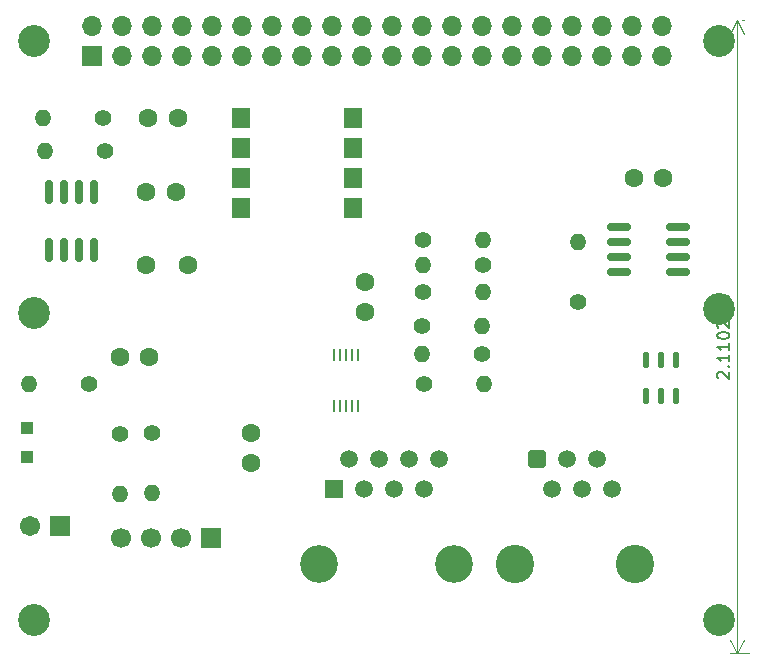
<source format=gts>
G04 #@! TF.GenerationSoftware,KiCad,Pcbnew,9.0.1*
G04 #@! TF.CreationDate,2025-06-21T16:03:48-05:00*
G04 #@! TF.ProjectId,rpi 1,72706920-312e-46b6-9963-61645f706362,rev?*
G04 #@! TF.SameCoordinates,Original*
G04 #@! TF.FileFunction,Soldermask,Top*
G04 #@! TF.FilePolarity,Negative*
%FSLAX46Y46*%
G04 Gerber Fmt 4.6, Leading zero omitted, Abs format (unit mm)*
G04 Created by KiCad (PCBNEW 9.0.1) date 2025-06-21 16:03:48*
%MOMM*%
%LPD*%
G01*
G04 APERTURE LIST*
G04 Aperture macros list*
%AMRoundRect*
0 Rectangle with rounded corners*
0 $1 Rounding radius*
0 $2 $3 $4 $5 $6 $7 $8 $9 X,Y pos of 4 corners*
0 Add a 4 corners polygon primitive as box body*
4,1,4,$2,$3,$4,$5,$6,$7,$8,$9,$2,$3,0*
0 Add four circle primitives for the rounded corners*
1,1,$1+$1,$2,$3*
1,1,$1+$1,$4,$5*
1,1,$1+$1,$6,$7*
1,1,$1+$1,$8,$9*
0 Add four rect primitives between the rounded corners*
20,1,$1+$1,$2,$3,$4,$5,0*
20,1,$1+$1,$4,$5,$6,$7,0*
20,1,$1+$1,$6,$7,$8,$9,0*
20,1,$1+$1,$8,$9,$2,$3,0*%
G04 Aperture macros list end*
%ADD10C,0.150000*%
%ADD11C,0.100000*%
%ADD12C,2.700000*%
%ADD13C,1.400000*%
%ADD14O,1.400000X1.400000*%
%ADD15R,1.000000X1.000000*%
%ADD16C,1.600000*%
%ADD17R,1.520000X1.780000*%
%ADD18R,1.520000X1.750000*%
%ADD19C,3.250000*%
%ADD20RoundRect,0.250000X-0.510000X-0.510000X0.510000X-0.510000X0.510000X0.510000X-0.510000X0.510000X0*%
%ADD21C,1.520000*%
%ADD22R,1.700000X1.700000*%
%ADD23C,1.700000*%
%ADD24RoundRect,0.150000X-0.150000X0.825000X-0.150000X-0.825000X0.150000X-0.825000X0.150000X0.825000X0*%
%ADD25R,0.250000X1.100000*%
%ADD26RoundRect,0.132500X-0.132500X0.532500X-0.132500X-0.532500X0.132500X-0.532500X0.132500X0.532500X0*%
%ADD27RoundRect,0.150000X-0.825000X-0.150000X0.825000X-0.150000X0.825000X0.150000X-0.825000X0.150000X0*%
%ADD28C,1.712000*%
%ADD29RoundRect,0.102000X0.754000X0.754000X-0.754000X0.754000X-0.754000X-0.754000X0.754000X-0.754000X0*%
%ADD30C,3.200000*%
%ADD31R,1.500000X1.500000*%
%ADD32C,1.500000*%
%ADD33O,1.700000X1.700000*%
G04 APERTURE END LIST*
D10*
X161425057Y-76049999D02*
X161377438Y-76002380D01*
X161377438Y-76002380D02*
X161329819Y-75907142D01*
X161329819Y-75907142D02*
X161329819Y-75669047D01*
X161329819Y-75669047D02*
X161377438Y-75573809D01*
X161377438Y-75573809D02*
X161425057Y-75526190D01*
X161425057Y-75526190D02*
X161520295Y-75478571D01*
X161520295Y-75478571D02*
X161615533Y-75478571D01*
X161615533Y-75478571D02*
X161758390Y-75526190D01*
X161758390Y-75526190D02*
X162329819Y-76097618D01*
X162329819Y-76097618D02*
X162329819Y-75478571D01*
X162234580Y-75049999D02*
X162282200Y-75002380D01*
X162282200Y-75002380D02*
X162329819Y-75049999D01*
X162329819Y-75049999D02*
X162282200Y-75097618D01*
X162282200Y-75097618D02*
X162234580Y-75049999D01*
X162234580Y-75049999D02*
X162329819Y-75049999D01*
X162329819Y-74050000D02*
X162329819Y-74621428D01*
X162329819Y-74335714D02*
X161329819Y-74335714D01*
X161329819Y-74335714D02*
X161472676Y-74430952D01*
X161472676Y-74430952D02*
X161567914Y-74526190D01*
X161567914Y-74526190D02*
X161615533Y-74621428D01*
X162329819Y-73097619D02*
X162329819Y-73669047D01*
X162329819Y-73383333D02*
X161329819Y-73383333D01*
X161329819Y-73383333D02*
X161472676Y-73478571D01*
X161472676Y-73478571D02*
X161567914Y-73573809D01*
X161567914Y-73573809D02*
X161615533Y-73669047D01*
X161329819Y-72478571D02*
X161329819Y-72383333D01*
X161329819Y-72383333D02*
X161377438Y-72288095D01*
X161377438Y-72288095D02*
X161425057Y-72240476D01*
X161425057Y-72240476D02*
X161520295Y-72192857D01*
X161520295Y-72192857D02*
X161710771Y-72145238D01*
X161710771Y-72145238D02*
X161948866Y-72145238D01*
X161948866Y-72145238D02*
X162139342Y-72192857D01*
X162139342Y-72192857D02*
X162234580Y-72240476D01*
X162234580Y-72240476D02*
X162282200Y-72288095D01*
X162282200Y-72288095D02*
X162329819Y-72383333D01*
X162329819Y-72383333D02*
X162329819Y-72478571D01*
X162329819Y-72478571D02*
X162282200Y-72573809D01*
X162282200Y-72573809D02*
X162234580Y-72621428D01*
X162234580Y-72621428D02*
X162139342Y-72669047D01*
X162139342Y-72669047D02*
X161948866Y-72716666D01*
X161948866Y-72716666D02*
X161710771Y-72716666D01*
X161710771Y-72716666D02*
X161520295Y-72669047D01*
X161520295Y-72669047D02*
X161425057Y-72621428D01*
X161425057Y-72621428D02*
X161377438Y-72573809D01*
X161377438Y-72573809D02*
X161329819Y-72478571D01*
X161425057Y-71764285D02*
X161377438Y-71716666D01*
X161377438Y-71716666D02*
X161329819Y-71621428D01*
X161329819Y-71621428D02*
X161329819Y-71383333D01*
X161329819Y-71383333D02*
X161377438Y-71288095D01*
X161377438Y-71288095D02*
X161425057Y-71240476D01*
X161425057Y-71240476D02*
X161520295Y-71192857D01*
X161520295Y-71192857D02*
X161615533Y-71192857D01*
X161615533Y-71192857D02*
X161758390Y-71240476D01*
X161758390Y-71240476D02*
X162329819Y-71811904D01*
X162329819Y-71811904D02*
X162329819Y-71192857D01*
X162329819Y-70002380D02*
X161663152Y-70002380D01*
X161329819Y-70002380D02*
X161377438Y-70049999D01*
X161377438Y-70049999D02*
X161425057Y-70002380D01*
X161425057Y-70002380D02*
X161377438Y-69954761D01*
X161377438Y-69954761D02*
X161329819Y-70002380D01*
X161329819Y-70002380D02*
X161425057Y-70002380D01*
X161663152Y-69526190D02*
X162329819Y-69526190D01*
X161758390Y-69526190D02*
X161710771Y-69478571D01*
X161710771Y-69478571D02*
X161663152Y-69383333D01*
X161663152Y-69383333D02*
X161663152Y-69240476D01*
X161663152Y-69240476D02*
X161710771Y-69145238D01*
X161710771Y-69145238D02*
X161806009Y-69097619D01*
X161806009Y-69097619D02*
X162329819Y-69097619D01*
D11*
X163450000Y-45750000D02*
X163611420Y-45750000D01*
X162438580Y-99350000D02*
X164050000Y-99350000D01*
X163025000Y-45750000D02*
X163025000Y-99350000D01*
X163025000Y-45750000D02*
X163611421Y-46876504D01*
X163025000Y-45750000D02*
X162438579Y-46876504D01*
X163025000Y-99350000D02*
X162438579Y-98223496D01*
X163025000Y-99350000D02*
X163611421Y-98223496D01*
D12*
X161500000Y-47500000D03*
D13*
X149500000Y-69620000D03*
D14*
X149500000Y-64540000D03*
D15*
X102860000Y-80240000D03*
D16*
X121850000Y-80725000D03*
X121850000Y-83225000D03*
X154240000Y-59120000D03*
X156740000Y-59120000D03*
D17*
X120990000Y-54000000D03*
D18*
X120990000Y-56540000D03*
D17*
X120990000Y-59080000D03*
X120990000Y-61620000D03*
X130510000Y-61620000D03*
X130510000Y-59080000D03*
X130510000Y-56540000D03*
X130510000Y-54000000D03*
D12*
X161500000Y-70210000D03*
D13*
X113500000Y-80710000D03*
D14*
X113500000Y-85790000D03*
D13*
X109340000Y-54000000D03*
D14*
X104260000Y-54000000D03*
D19*
X144200000Y-91800000D03*
X154360000Y-91800000D03*
D20*
X146100000Y-82910000D03*
D21*
X147370000Y-85450000D03*
X148640000Y-82910000D03*
X149910000Y-85450000D03*
X151180000Y-82910000D03*
X152450000Y-85450000D03*
D16*
X110750000Y-74250000D03*
X113250000Y-74250000D03*
X113000000Y-60250000D03*
X115500000Y-60250000D03*
D12*
X103500000Y-96500000D03*
D22*
X118480000Y-89600000D03*
D23*
X115940000Y-89600000D03*
X113400000Y-89600000D03*
X110860000Y-89600000D03*
D12*
X103500000Y-47500000D03*
D13*
X136360000Y-71630000D03*
D14*
X141440000Y-71630000D03*
D12*
X103500000Y-70520000D03*
D13*
X141440000Y-74010000D03*
D14*
X136360000Y-74010000D03*
D13*
X141470000Y-66500000D03*
D14*
X136390000Y-66500000D03*
D16*
X113150000Y-54000000D03*
X115650000Y-54000000D03*
D13*
X108165000Y-76550000D03*
D14*
X103085000Y-76550000D03*
D24*
X108520000Y-60250000D03*
X107250000Y-60250000D03*
X105980000Y-60250000D03*
X104710000Y-60250000D03*
X104710000Y-65200000D03*
X105980000Y-65200000D03*
X107250000Y-65200000D03*
X108520000Y-65200000D03*
D13*
X136470000Y-76550000D03*
D14*
X141550000Y-76550000D03*
D13*
X136420000Y-68780000D03*
D14*
X141500000Y-68780000D03*
D12*
X161500000Y-96500000D03*
D13*
X110750000Y-80750000D03*
D14*
X110750000Y-85830000D03*
D15*
X102910000Y-82750000D03*
D16*
X131525000Y-70400000D03*
X131525000Y-67900000D03*
D25*
X130900000Y-74100000D03*
X130400000Y-74100000D03*
X129900000Y-74100000D03*
X129400000Y-74100000D03*
X128900000Y-74100000D03*
X128900000Y-78400000D03*
X129400000Y-78400000D03*
X129900000Y-78400000D03*
X130400000Y-78400000D03*
X130900000Y-78400000D03*
D13*
X109480000Y-56800000D03*
D14*
X104400000Y-56800000D03*
D26*
X157800000Y-74490000D03*
X156530000Y-74490000D03*
X155260000Y-74490000D03*
X155260000Y-77540000D03*
X156530000Y-77540000D03*
X157800000Y-77540000D03*
D16*
X113000000Y-66500000D03*
X116500000Y-66500000D03*
D27*
X153050000Y-63230000D03*
X153050000Y-64500000D03*
X153050000Y-65770000D03*
X153050000Y-67040000D03*
X158000000Y-67040000D03*
X158000000Y-65770000D03*
X158000000Y-64500000D03*
X158000000Y-63230000D03*
D28*
X103100000Y-88560000D03*
D29*
X105640000Y-88560000D03*
D13*
X136390000Y-64310000D03*
D14*
X141470000Y-64310000D03*
D30*
X127647500Y-91800000D03*
X139077500Y-91800000D03*
D31*
X128917500Y-85450000D03*
D32*
X130187500Y-82910000D03*
X131457500Y-85450000D03*
X132727500Y-82910000D03*
X133997500Y-85450000D03*
X135267500Y-82910000D03*
X136537500Y-85450000D03*
X137807500Y-82910000D03*
D22*
X108370000Y-48770000D03*
D33*
X108370000Y-46230000D03*
X110910000Y-48770000D03*
X110910000Y-46230000D03*
X113450000Y-48770000D03*
X113450000Y-46230000D03*
X115990000Y-48770000D03*
X115990000Y-46230000D03*
X118530000Y-48770000D03*
X118530000Y-46230000D03*
X121070000Y-48770000D03*
X121070000Y-46230000D03*
X123610000Y-48770000D03*
X123610000Y-46230000D03*
X126150000Y-48770000D03*
X126150000Y-46230000D03*
X128690000Y-48770000D03*
X128690000Y-46230000D03*
X131230000Y-48770000D03*
X131230000Y-46230000D03*
X133770000Y-48770000D03*
X133770000Y-46230000D03*
X136310000Y-48770000D03*
X136310000Y-46230000D03*
X138850000Y-48770000D03*
X138850000Y-46230000D03*
X141390000Y-48770000D03*
X141390000Y-46230000D03*
X143930000Y-48770000D03*
X143930000Y-46230000D03*
X146470000Y-48770000D03*
X146470000Y-46230000D03*
X149010000Y-48770000D03*
X149010000Y-46230000D03*
X151550000Y-48770000D03*
X151550000Y-46230000D03*
X154090000Y-48770000D03*
X154090000Y-46230000D03*
X156630000Y-48770000D03*
X156630000Y-46230000D03*
M02*

</source>
